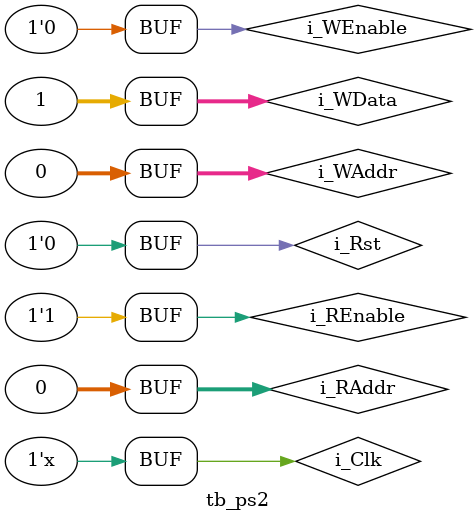
<source format=v>
`timescale 1ns / 1ps


module tb_ps2(

    );
    
    reg i_Clk;
    reg i_Rst;
    reg i_WEnable;
    reg [31:0] i_WAddr;
    reg [31:0] i_WData;
    reg i_REnable;
    reg [31:0] i_RAddr;
    wire [31:0] o_RData;
    wire o_Err;

    reg PS2C;                     // clock signal from PS2 peripheral
    reg PS2D;                     // bit read from PS2 peripheral
     
    custom_ps2_interface ps2_interface(

     .i_Clk(i_Clk),
     .i_Rst(i_Rst),
     .i_WEnable(i_WEnable),
     .i_WAddr(i_WAddr),
     .i_WData(i_WData),
     .i_REnable(i_REnable),
     .i_RAddr(i_RAddr),
     .o_RData(o_RData),
     .o_Err(o_Err),
     .PS2C(PS2C),                     // clock signal from PS2 peripheral
     .PS2D(PS2D)                     // bit read from PS2 peripheral
);
    
    initial begin
    
    i_Clk = 0;
    i_Rst = 1;
    i_WAddr = 0;
    i_WData = 0;
    i_WEnable = 0;
    i_RAddr = 0;

    #10
    
    i_Rst = 0;
    i_WEnable = 1;
    i_WData = 32'd1;
    
    #20
    
    i_WEnable = 0;
    i_REnable = 1;

    end
    
    
    
    always #4 i_Clk = ~i_Clk;
    
    
    
    
    
    
    
    
    
    
    
    
    
    
    
endmodule

</source>
